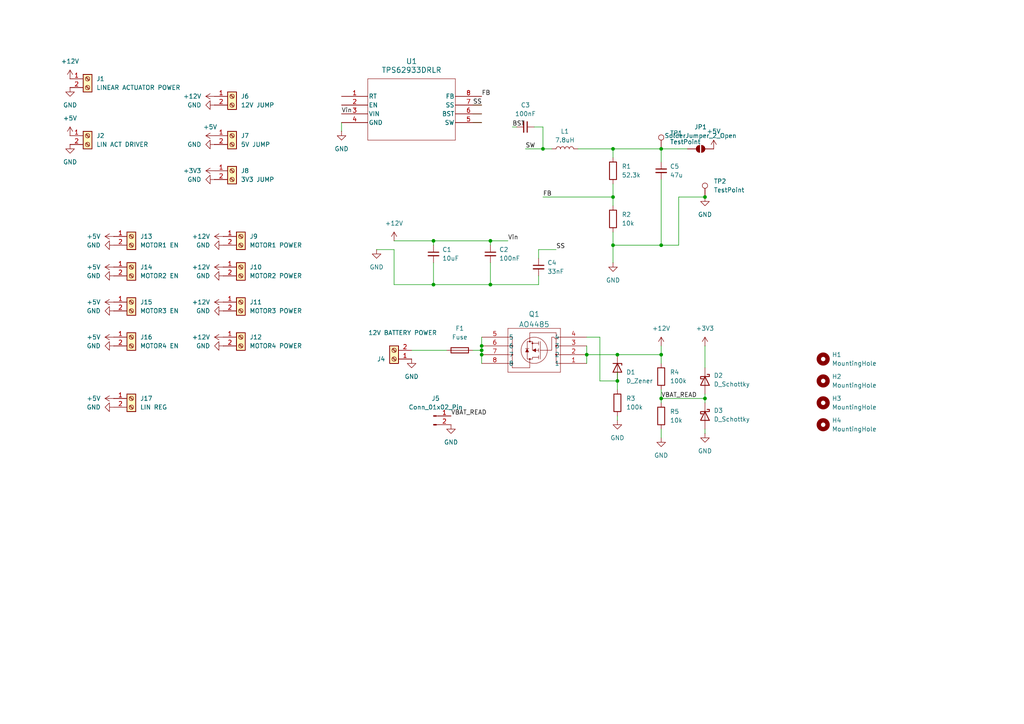
<source format=kicad_sch>
(kicad_sch (version 20231120) (generator "eeschema") (generator_version "8.0")
  (paper "A4")
  (lib_symbols
    (symbol "Connector:Conn_01x02_Pin" (pin_names (offset 1.016) hide)
      (property "Reference" "J" (at 0 2.54 0))
      (property "Value" "Conn_01x02_Pin" (at 0 -5.08 0))
      (symbol "Conn_01x02_Pin_1_1"
        (polyline (pts (xy 1.27 -2.54) (xy 0.8636 -2.54)) (stroke (width 0.1524)))
        (polyline (pts (xy 1.27 0) (xy 0.8636 0)) (stroke (width 0.1524)))
        (rectangle (start 0.8636 -2.413) (end 0 -2.667) (stroke (width 0.1524)) (fill (type outline)))
        (rectangle (start 0.8636 0.127) (end 0 -0.127) (stroke (width 0.1524)) (fill (type outline)))
        (pin passive line (at 5.08 0 180) (length 3.81) (name "Pin_1") (number "1"))
        (pin passive line (at 5.08 -2.54 180) (length 3.81) (name "Pin_2") (number "2"))
      )
    )
    (symbol "Connector:Screw_Terminal_01x02" (pin_names (offset 1.016) hide)
      (property "Reference" "J" (at 0 2.54 0))
      (property "Value" "Screw_Terminal_01x02" (at 0 -5.08 0))
      (symbol "Screw_Terminal_01x02_1_1"
        (rectangle (start -1.27 1.27) (end 1.27 -3.81) (stroke (width 0.254)) (fill (type background)))
        (circle (center 0 -2.54) (radius 0.635) (stroke (width 0.1524)))
        (polyline (pts (xy -0.5334 -2.2098) (xy 0.3302 -3.048)) (stroke (width 0.1524)))
        (polyline (pts (xy -0.5334 0.3302) (xy 0.3302 -0.508)) (stroke (width 0.1524)))
        (polyline (pts (xy -0.3556 -2.032) (xy 0.508 -2.8702)) (stroke (width 0.1524)))
        (polyline (pts (xy -0.3556 0.508) (xy 0.508 -0.3302)) (stroke (width 0.1524)))
        (circle (center 0 0) (radius 0.635) (stroke (width 0.1524)))
        (pin passive line (at -5.08 0 0) (length 3.81) (name "Pin_1") (number "1"))
        (pin passive line (at -5.08 -2.54 0) (length 3.81) (name "Pin_2") (number "2"))
      )
    )
    (symbol "Connector:TestPoint" (pin_numbers hide) (pin_names (offset 0.762) hide)
      (property "Reference" "TP" (at 0 6.858 0))
      (property "Value" "TestPoint" (at 0 5.08 0))
      (symbol "TestPoint_0_1"
        (circle (center 0 3.302) (radius 0.762))
      )
      (symbol "TestPoint_1_1"
        (pin passive line (at 0 0 90) (length 2.54) (name "1") (number "1"))
      )
    )
    (symbol "Device:C_Small" (pin_numbers hide) (pin_names (offset 0.254) hide)
      (property "Reference" "C" (at 0.254 1.778 0))
      (property "Value" "C_Small" (at 0.254 -2.032 0))
      (symbol "C_Small_0_1"
        (polyline (pts (xy -1.524 -0.508) (xy 1.524 -0.508)) (stroke (width 0.3302)))
        (polyline (pts (xy -1.524 0.508) (xy 1.524 0.508)) (stroke (width 0.3048)))
      )
      (symbol "C_Small_1_1"
        (pin passive line (at 0 2.54 270) (length 2.032) (name "~") (number "1"))
        (pin passive line (at 0 -2.54 90) (length 2.032) (name "~") (number "2"))
      )
    )
    (symbol "Device:D_Schottky" (pin_numbers hide) (pin_names (offset 1.016) hide)
      (property "Reference" "D" (at 0 2.54 0))
      (property "Value" "D_Schottky" (at 0 -2.54 0))
      (symbol "D_Schottky_0_1"
        (polyline (pts (xy 1.27 0) (xy -1.27 0)))
        (polyline (pts (xy 1.27 1.27) (xy 1.27 -1.27) (xy -1.27 0) (xy 1.27 1.27)) (stroke (width 0.254)))
        (polyline (pts (xy -1.905 0.635) (xy -1.905 1.27) (xy -1.27 1.27) (xy -1.27 -1.27) (xy -0.635 -1.27) (xy -0.635 -0.635)) (stroke (width 0.254)))
      )
      (symbol "D_Schottky_1_1"
        (pin passive line (at -3.81 0 0) (length 2.54) (name "K") (number "1"))
        (pin passive line (at 3.81 0 180) (length 2.54) (name "A") (number "2"))
      )
    )
    (symbol "Device:D_Zener" (pin_numbers hide) (pin_names (offset 1.016) hide)
      (property "Reference" "D" (at 0 2.54 0))
      (property "Value" "D_Zener" (at 0 -2.54 0))
      (symbol "D_Zener_0_1"
        (polyline (pts (xy 1.27 0) (xy -1.27 0)))
        (polyline (pts (xy -1.27 -1.27) (xy -1.27 1.27) (xy -0.762 1.27)) (stroke (width 0.254)))
        (polyline (pts (xy 1.27 -1.27) (xy 1.27 1.27) (xy -1.27 0) (xy 1.27 -1.27)) (stroke (width 0.254)))
      )
      (symbol "D_Zener_1_1"
        (pin passive line (at -3.81 0 0) (length 2.54) (name "K") (number "1"))
        (pin passive line (at 3.81 0 180) (length 2.54) (name "A") (number "2"))
      )
    )
    (symbol "Device:Fuse" (pin_numbers hide) (pin_names (offset 0))
      (property "Reference" "F" (at 2.032 0 90))
      (property "Value" "Fuse" (at -1.905 0 90))
      (symbol "Fuse_0_1"
        (rectangle (start -0.762 -2.54) (end 0.762 2.54) (stroke (width 0.254)))
        (polyline (pts (xy 0 2.54) (xy 0 -2.54)))
      )
      (symbol "Fuse_1_1"
        (pin passive line (at 0 3.81 270) (length 1.27) (name "~") (number "1"))
        (pin passive line (at 0 -3.81 90) (length 1.27) (name "~") (number "2"))
      )
    )
    (symbol "Device:L" (pin_numbers hide) (pin_names (offset 1.016) hide)
      (property "Reference" "L" (at -1.27 0 90))
      (property "Value" "L" (at 1.905 0 90))
      (symbol "L_0_1"
        (arc (start 0 -2.54) (mid 0.6323 -1.905) (end 0 -1.27))
        (arc (start 0 -1.27) (mid 0.6323 -0.635) (end 0 0))
        (arc (start 0 0) (mid 0.6323 0.635) (end 0 1.27))
        (arc (start 0 1.27) (mid 0.6323 1.905) (end 0 2.54))
      )
      (symbol "L_1_1"
        (pin passive line (at 0 3.81 270) (length 1.27) (name "1") (number "1"))
        (pin passive line (at 0 -3.81 90) (length 1.27) (name "2") (number "2"))
      )
    )
    (symbol "Device:R" (pin_numbers hide) (pin_names (offset 0))
      (property "Reference" "R" (at 2.032 0 90))
      (property "Value" "R" (at 0 0 90))
      (symbol "R_0_1"
        (rectangle (start -1.016 -2.54) (end 1.016 2.54) (stroke (width 0.254)))
      )
      (symbol "R_1_1"
        (pin passive line (at 0 3.81 270) (length 1.27) (name "~") (number "1"))
        (pin passive line (at 0 -3.81 90) (length 1.27) (name "~") (number "2"))
      )
    )
    (symbol "Jumper:SolderJumper_2_Open" (pin_numbers hide) (pin_names (offset 0) hide) (exclude_from_sim yes) (in_bom no)
      (property "Reference" "JP" (at 0 2.032 0))
      (property "Value" "SolderJumper_2_Open" (at 0 -2.54 0))
      (symbol "SolderJumper_2_Open_0_1"
        (arc (start -0.254 1.016) (mid -1.2656 0) (end -0.254 -1.016))
        (arc (start -0.254 1.016) (mid -1.2656 0) (end -0.254 -1.016) (fill (type outline)))
        (polyline (pts (xy -0.254 1.016) (xy -0.254 -1.016)))
        (polyline (pts (xy 0.254 1.016) (xy 0.254 -1.016)))
        (arc (start 0.254 -1.016) (mid 1.2656 0) (end 0.254 1.016))
        (arc (start 0.254 -1.016) (mid 1.2656 0) (end 0.254 1.016) (fill (type outline)))
      )
      (symbol "SolderJumper_2_Open_1_1"
        (pin passive line (at -3.81 0 0) (length 2.54) (name "A") (number "1"))
        (pin passive line (at 3.81 0 180) (length 2.54) (name "B") (number "2"))
      )
    )
    (symbol "Mechanical:MountingHole" (pin_names (offset 1.016)) (exclude_from_sim yes) (in_bom no)
      (property "Reference" "H" (at 0 5.08 0))
      (property "Value" "MountingHole" (at 0 3.175 0))
      (symbol "MountingHole_0_1"
        (circle (center 0 0) (radius 1.27) (stroke (width 1.27)))
      )
    )
    (symbol "TPS62933DRLR:TPS62933DRLR" (pin_names (offset 0.254))
      (property "Reference" "U" (at 20.32 10.16 0))
      (property "Value" "TPS62933DRLR" (at 20.32 7.62 0))
      (symbol "TPS62933DRLR_0_1"
        (polyline (pts (xy 7.62 -12.7) (xy 33.02 -12.7)) (stroke (width 0.127)))
        (polyline (pts (xy 7.62 5.08) (xy 7.62 -12.7)) (stroke (width 0.127)))
        (polyline (pts (xy 33.02 -12.7) (xy 33.02 5.08)) (stroke (width 0.127)))
        (polyline (pts (xy 33.02 5.08) (xy 7.62 5.08)) (stroke (width 0.127)))
        (pin unspecified line (at 0 0 0) (length 7.62) (name "RT") (number "1"))
        (pin unspecified line (at 0 -2.54 0) (length 7.62) (name "EN") (number "2"))
        (pin power_in line (at 0 -5.08 0) (length 7.62) (name "VIN") (number "3"))
        (pin power_out line (at 0 -7.62 0) (length 7.62) (name "GND") (number "4"))
        (pin power_in line (at 40.64 -7.62 180) (length 7.62) (name "SW") (number "5"))
        (pin power_in line (at 40.64 -5.08 180) (length 7.62) (name "BST") (number "6"))
        (pin unspecified line (at 40.64 -2.54 180) (length 7.62) (name "SS") (number "7"))
        (pin unspecified line (at 40.64 0 180) (length 7.62) (name "FB") (number "8"))
      )
    )
    (symbol "local_symbols:AO4485" (pin_names (offset 0.254))
      (property "Reference" "Q" (at 15.24 7.62 0))
      (property "Value" "AO4485" (at 15.24 5.08 0))
      (symbol "AO4485_0_1"
        (polyline (pts (xy 7.62 -10.16) (xy 22.86 -10.16)) (stroke (width 0.127)))
        (polyline (pts (xy 7.62 -7.62) (xy 8.382 -7.62)) (stroke (width 0.127)))
        (polyline (pts (xy 7.62 -5.08) (xy 8.89 -5.08)) (stroke (width 0.127)))
        (polyline (pts (xy 7.62 -2.54) (xy 8.89 -2.54)) (stroke (width 0.127)))
        (polyline (pts (xy 7.62 0) (xy 8.89 0)) (stroke (width 0.127)))
        (polyline (pts (xy 7.62 2.54) (xy 7.62 -10.16)) (stroke (width 0.127)))
        (polyline (pts (xy 8.89 -8.89) (xy 16.51 -8.89)) (stroke (width 0.127)))
        (polyline (pts (xy 8.89 0) (xy 8.89 -8.89)) (stroke (width 0.127)))
        (polyline (pts (xy 10.16 -7.62) (xy 9.398 -7.62)) (stroke (width 0.127)))
        (polyline (pts (xy 10.16 -3.81) (xy 10.16 -7.62)) (stroke (width 0.127)))
        (polyline (pts (xy 10.16 -3.81) (xy 13.462 -3.81)) (stroke (width 0.127)))
        (polyline (pts (xy 13.462 -6.35) (xy 13.462 -1.27)) (stroke (width 0.127)))
        (polyline (pts (xy 13.97 -6.35) (xy 13.97 -5.334)) (stroke (width 0.127)))
        (polyline (pts (xy 13.97 -5.842) (xy 15.748 -5.842)) (stroke (width 0.127)))
        (polyline (pts (xy 13.97 -4.318) (xy 13.97 -3.302)) (stroke (width 0.127)))
        (polyline (pts (xy 13.97 -2.286) (xy 13.97 -1.27)) (stroke (width 0.127)))
        (polyline (pts (xy 13.97 -1.778) (xy 15.748 -1.778)) (stroke (width 0.127)))
        (polyline (pts (xy 14.732 -3.81) (xy 13.97 -3.81)) (stroke (width 0.127)))
        (polyline (pts (xy 15.748 -6.35) (xy 15.748 -3.81)) (stroke (width 0.127)))
        (polyline (pts (xy 15.748 -6.35) (xy 17.272 -6.35)) (stroke (width 0.127)))
        (polyline (pts (xy 15.748 -1.778) (xy 15.748 -1.27)) (stroke (width 0.127)))
        (polyline (pts (xy 15.748 -1.27) (xy 17.272 -1.27)) (stroke (width 0.127)))
        (polyline (pts (xy 16.51 -8.89) (xy 16.51 -6.35)) (stroke (width 0.127)))
        (polyline (pts (xy 16.51 1.27) (xy 16.51 -1.27)) (stroke (width 0.127)))
        (polyline (pts (xy 16.764 -4.318) (xy 17.78 -4.318)) (stroke (width 0.127)))
        (polyline (pts (xy 17.272 -6.35) (xy 17.272 -4.318)) (stroke (width 0.127)))
        (polyline (pts (xy 17.272 -3.302) (xy 17.272 -1.27)) (stroke (width 0.127)))
        (polyline (pts (xy 21.59 -7.62) (xy 21.59 1.27)) (stroke (width 0.127)))
        (polyline (pts (xy 21.59 1.27) (xy 16.51 1.27)) (stroke (width 0.127)))
        (polyline (pts (xy 22.86 -10.16) (xy 22.86 2.54)) (stroke (width 0.127)))
        (polyline (pts (xy 22.86 -7.62) (xy 21.59 -7.62)) (stroke (width 0.127)))
        (polyline (pts (xy 22.86 -5.08) (xy 21.59 -5.08)) (stroke (width 0.127)))
        (polyline (pts (xy 22.86 -2.54) (xy 21.59 -2.54)) (stroke (width 0.127)))
        (polyline (pts (xy 22.86 0) (xy 21.59 0)) (stroke (width 0.127)))
        (polyline (pts (xy 22.86 2.54) (xy 7.62 2.54)) (stroke (width 0.127)))
        (polyline (pts (xy 14.732 -4.318) (xy 15.748 -3.81) (xy 14.732 -3.302)) (stroke (width 0.0254)) (fill (type outline)))
        (polyline (pts (xy 16.764 -3.302) (xy 17.78 -3.302) (xy 17.272 -4.318)) (stroke (width 0.0254)) (fill (type outline)))
        (circle (center 8.89 -5.08) (radius 0.127) (stroke (width 0.254)))
        (circle (center 8.89 -2.54) (radius 0.127) (stroke (width 0.254)))
        (arc (start 9.398 -7.62) (mid 8.89 -7.1142) (end 8.382 -7.62) (stroke (width 0.127)))
        (circle (center 15.24 -3.81) (radius 3.81) (stroke (width 0.127)))
        (circle (center 15.748 -5.842) (radius 0.127) (stroke (width 0.254)))
        (circle (center 16.51 -6.35) (radius 0.127) (stroke (width 0.254)))
        (circle (center 16.51 -1.27) (radius 0.127) (stroke (width 0.254)))
        (circle (center 21.59 -5.08) (radius 0.127) (stroke (width 0.254)))
        (circle (center 21.59 -2.54) (radius 0.127) (stroke (width 0.254)))
        (circle (center 21.59 0) (radius 0.127) (stroke (width 0.254)))
        (pin unspecified line (at 0 0 0) (length 7.62) (name "1") (number "1"))
        (pin unspecified line (at 0 -2.54 0) (length 7.62) (name "2") (number "2"))
        (pin unspecified line (at 0 -5.08 0) (length 7.62) (name "3") (number "3"))
        (pin unspecified line (at 0 -7.62 0) (length 7.62) (name "4") (number "4"))
        (pin unspecified line (at 30.48 -7.62 180) (length 7.62) (name "5") (number "5"))
        (pin unspecified line (at 30.48 -5.08 180) (length 7.62) (name "6") (number "6"))
        (pin unspecified line (at 30.48 -2.54 180) (length 7.62) (name "7") (number "7"))
        (pin unspecified line (at 30.48 0 180) (length 7.62) (name "8") (number "8"))
      )
    )
    (symbol "power:+12V" (power) (pin_numbers hide) (pin_names (offset 0) hide)
      (property "Value" "+12V" (at 0 3.556 0))
      (symbol "+12V_0_1"
        (polyline (pts (xy -0.762 1.27) (xy 0 2.54)))
        (polyline (pts (xy 0 0) (xy 0 2.54)))
        (polyline (pts (xy 0 2.54) (xy 0.762 1.27)))
      )
      (symbol "+12V_1_1"
        (pin power_in line (at 0 0 90) (length 0) (name "~") (number "1"))
      )
    )
    (symbol "power:+3V3" (power) (pin_numbers hide) (pin_names (offset 0) hide)
      (property "Value" "+3V3" (at 0 3.556 0))
      (symbol "+3V3_0_1"
        (polyline (pts (xy -0.762 1.27) (xy 0 2.54)))
        (polyline (pts (xy 0 0) (xy 0 2.54)))
        (polyline (pts (xy 0 2.54) (xy 0.762 1.27)))
      )
      (symbol "+3V3_1_1"
        (pin power_in line (at 0 0 90) (length 0) (name "~") (number "1"))
      )
    )
    (symbol "power:+5V" (power) (pin_numbers hide) (pin_names (offset 0) hide)
      (property "Value" "+5V" (at 0 3.556 0))
      (symbol "+5V_0_1"
        (polyline (pts (xy -0.762 1.27) (xy 0 2.54)))
        (polyline (pts (xy 0 0) (xy 0 2.54)))
        (polyline (pts (xy 0 2.54) (xy 0.762 1.27)))
      )
      (symbol "+5V_1_1"
        (pin power_in line (at 0 0 90) (length 0) (name "~") (number "1"))
      )
    )
    (symbol "power:GND" (power) (pin_numbers hide) (pin_names (offset 0) hide)
      (property "Value" "GND" (at 0 -3.81 0))
      (symbol "GND_0_1"
        (polyline (pts (xy 0 0) (xy 0 -1.27) (xy 1.27 -1.27) (xy 0 -2.54) (xy -1.27 -1.27) (xy 0 -1.27)))
      )
      (symbol "GND_1_1"
        (pin power_in line (at 0 0 270) (length 0) (name "~") (number "1"))
      )
    )
    (symbol "power:VCC" (power) (pin_numbers hide) (pin_names (offset 0) hide)
      (property "Value" "VCC" (at 0 3.556 0))
      (symbol "VCC_0_1"
        (polyline (pts (xy -0.762 1.27) (xy 0 2.54)))
        (polyline (pts (xy 0 0) (xy 0 2.54)))
        (polyline (pts (xy 0 2.54) (xy 0.762 1.27)))
      )
      (symbol "VCC_1_1"
        (pin power_in line (at 0 0 90) (length 0) (name "~") (number "1"))
      )
    )
  )
  (junction (at 125.73 82.55))
  (junction (at 177.8 57.15))
  (junction (at 191.77 102.87))
  (junction (at 142.24 82.55))
  (junction (at 191.77 71.12))
  (junction (at 191.77 43.18))
  (junction (at 177.8 71.12))
  (junction (at 139.7 102.87))
  (junction (at 157.48 43.18))
  (junction (at 125.73 69.85))
  (junction (at 139.7 100.33))
  (junction (at 170.18 102.87))
  (junction (at 204.47 57.15))
  (junction (at 179.07 102.87))
  (junction (at 142.24 69.85))
  (junction (at 179.07 110.49))
  (junction (at 139.7 101.6))
  (junction (at 204.47 115.57))
  (junction (at 191.77 115.57))
  (junction (at 177.8 43.18))
  (wire (pts (xy 157.48 57.15) (xy 177.8 57.15)))
  (wire (pts (xy 154.94 36.83) (xy 157.48 36.83)))
  (wire (pts (xy 170.18 100.33) (xy 170.18 102.87)))
  (wire (pts (xy 157.48 36.83) (xy 157.48 43.18)))
  (wire (pts (xy 142.24 82.55) (xy 156.21 82.55)))
  (wire (pts (xy 156.21 72.39) (xy 161.29 72.39)))
  (wire (pts (xy 137.16 33.02) (xy 139.7 33.02)))
  (wire (pts (xy 179.07 107.95) (xy 179.07 110.49)))
  (wire (pts (xy 152.4 43.18) (xy 157.48 43.18)))
  (wire (pts (xy 139.7 97.79) (xy 139.7 100.33)))
  (wire (pts (xy 179.07 110.49) (xy 179.07 113.03)))
  (wire (pts (xy 99.06 35.56) (xy 99.06 38.1)))
  (wire (pts (xy 156.21 82.55) (xy 156.21 80.01)))
  (wire (pts (xy 177.8 57.15) (xy 177.8 59.69)))
  (wire (pts (xy 137.16 101.6) (xy 139.7 101.6)))
  (wire (pts (xy 142.24 69.85) (xy 142.24 71.12)))
  (wire (pts (xy 204.47 124.46) (xy 204.47 125.73)))
  (wire (pts (xy 179.07 120.65) (xy 179.07 121.92)))
  (wire (pts (xy 191.77 43.18) (xy 199.39 43.18)))
  (wire (pts (xy 148.59 36.83) (xy 149.86 36.83)))
  (wire (pts (xy 125.73 69.85) (xy 142.24 69.85)))
  (wire (pts (xy 114.3 82.55) (xy 125.73 82.55)))
  (wire (pts (xy 191.77 113.03) (xy 191.77 115.57)))
  (wire (pts (xy 139.7 100.33) (xy 139.7 101.6)))
  (wire (pts (xy 204.47 116.84) (xy 204.47 115.57)))
  (wire (pts (xy 156.21 74.93) (xy 156.21 72.39)))
  (wire (pts (xy 139.7 102.87) (xy 139.7 105.41)))
  (wire (pts (xy 170.18 102.87) (xy 170.18 105.41)))
  (wire (pts (xy 109.22 72.39) (xy 114.3 72.39)))
  (wire (pts (xy 137.16 35.56) (xy 139.7 35.56)))
  (wire (pts (xy 173.99 110.49) (xy 179.07 110.49)))
  (wire (pts (xy 191.77 71.12) (xy 196.85 71.12)))
  (wire (pts (xy 170.18 102.87) (xy 179.07 102.87)))
  (wire (pts (xy 196.85 57.15) (xy 204.47 57.15)))
  (wire (pts (xy 204.47 100.33) (xy 204.47 106.68)))
  (wire (pts (xy 177.8 71.12) (xy 177.8 76.2)))
  (wire (pts (xy 191.77 124.46) (xy 191.77 127)))
  (wire (pts (xy 191.77 52.07) (xy 191.77 71.12)))
  (wire (pts (xy 177.8 53.34) (xy 177.8 57.15)))
  (wire (pts (xy 191.77 43.18) (xy 191.77 46.99)))
  (wire (pts (xy 139.7 101.6) (xy 139.7 102.87)))
  (wire (pts (xy 179.07 102.87) (xy 191.77 102.87)))
  (wire (pts (xy 167.64 43.18) (xy 177.8 43.18)))
  (wire (pts (xy 191.77 115.57) (xy 204.47 115.57)))
  (wire (pts (xy 170.18 97.79) (xy 173.99 97.79)))
  (wire (pts (xy 114.3 69.85) (xy 125.73 69.85)))
  (wire (pts (xy 125.73 82.55) (xy 142.24 82.55)))
  (wire (pts (xy 204.47 114.3) (xy 204.47 115.57)))
  (wire (pts (xy 142.24 69.85) (xy 147.32 69.85)))
  (wire (pts (xy 125.73 76.2) (xy 125.73 82.55)))
  (wire (pts (xy 177.8 43.18) (xy 191.77 43.18)))
  (wire (pts (xy 157.48 43.18) (xy 160.02 43.18)))
  (wire (pts (xy 196.85 71.12) (xy 196.85 57.15)))
  (wire (pts (xy 125.73 69.85) (xy 125.73 71.12)))
  (wire (pts (xy 142.24 76.2) (xy 142.24 82.55)))
  (wire (pts (xy 191.77 102.87) (xy 191.77 105.41)))
  (wire (pts (xy 191.77 115.57) (xy 191.77 116.84)))
  (wire (pts (xy 177.8 67.31) (xy 177.8 71.12)))
  (wire (pts (xy 119.38 101.6) (xy 129.54 101.6)))
  (wire (pts (xy 137.16 30.48) (xy 139.7 30.48)))
  (wire (pts (xy 191.77 102.87) (xy 191.77 100.33)))
  (wire (pts (xy 173.99 97.79) (xy 173.99 110.49)))
  (wire (pts (xy 191.77 71.12) (xy 177.8 71.12)))
  (wire (pts (xy 177.8 43.18) (xy 177.8 45.72)))
  (wire (pts (xy 114.3 72.39) (xy 114.3 82.55)))
  (label "SS" (at 161.29 72.39 0))
  (label "SS" (at 137.16 30.48 0))
  (label "VBAT_READ" (at 130.81 120.65 0))
  (label "VBAT_READ" (at 191.77 115.57 0))
  (label "FB" (at 139.7 27.94 0))
  (label "Vin" (at 99.06 33.02 0))
  (label "Vin" (at 147.32 69.85 0))
  (label "FB" (at 157.48 57.15 0))
  (label "SW" (at 152.4 43.18 0))
  (label "BST" (at 148.59 36.83 0))
  (symbol (lib_id "power:+12V") (at 114.3 69.85 0) (unit 1)
    (property "Reference" "#PWR03" (effects (hide yes)))
    (property "Value" "+12V" (at 114.3 64.77 0))
    (property "Description" "Power symbol creates a global label with name \"+12V\"" (effects (hide yes)))
  )
  (symbol (lib_id "power:+12V") (at 191.77 100.33 0) (unit 1)
    (property "Reference" "#PWR021" (effects (hide yes)))
    (property "Value" "+12V" (at 191.77 95.25 0))
    (property "Description" "Power symbol creates a global label with name \"+12V\"" (effects (hide yes)))
  )
  (symbol (lib_id "power:GND") (at 119.38 104.14 0) (unit 1)
    (property "Reference" "#PWR018" (effects (hide yes)))
    (property "Value" "GND" (at 119.38 109.22 0))
    (property "Description" "Power symbol creates a global label with name \"GND\" , ground" (effects (hide yes)))
  )
  (symbol (lib_id "power:GND") (at 177.8 76.2 0) (unit 1)
    (property "Reference" "#PWR04" (effects (hide yes)))
    (property "Value" "GND" (at 177.8 81.28 0))
    (property "Description" "Power symbol creates a global label with name \"GND\" , ground" (effects (hide yes)))
  )
  (symbol (lib_id "power:VCC") (at 62.23 49.53 90) (unit 1)
    (property "Reference" "#PWR030" (effects (hide yes)))
    (property "Value" "+3V3" (at 58.42 49.5299 90) (effects (justify left)))
    (property "Description" "Power symbol creates a global label with name \"VCC\"" (effects (hide yes)))
  )
  (symbol (lib_id "power:+5V") (at 207.01 43.18 0) (unit 1)
    (property "Reference" "#PWR012" (effects (hide yes)))
    (property "Value" "+5V" (at 207.01 38.1 0))
    (property "Description" "Power symbol creates a global label with name \"+5V\"" (effects (hide yes)))
  )
  (symbol (lib_id "power:VCC") (at 62.23 27.94 90) (unit 1)
    (property "Reference" "#PWR025" (effects (hide yes)))
    (property "Value" "+12V" (at 58.42 27.9399 90) (effects (justify left)))
    (property "Description" "Power symbol creates a global label with name \"VCC\"" (effects (hide yes)))
  )
  (symbol (lib_id "Connector:Screw_Terminal_01x02") (at 114.3 104.14 180) (unit 1)
    (property "Reference" "J4" (at 111.76 104.1401 0) (effects (justify left)))
    (property "Value" "12V BATTERY POWER" (at 126.746 96.52 0) (effects (justify left)))
    (property "Footprint" "TerminalBlock_Phoenix:TerminalBlock_Phoenix_MKDS-1,5-2-5.08_1x02_P5.08mm_Horizontal" (effects (hide yes)))
    (property "Description" "Generic screw terminal, single row, 01x02, script generated (kicad-library-utils/schlib/autogen/connector/)" (effects (hide yes)))
  )
  (symbol (lib_id "Device:Fuse") (at 133.35 101.6 90) (unit 1)
    (property "Reference" "F1" (at 133.35 95.25 90))
    (property "Value" "Fuse" (at 133.35 97.79 90))
    (property "Footprint" "Fuse:Fuseholder_Littelfuse_Nano2_154x" (effects (hide yes)))
    (property "Description" "Fuse" (effects (hide yes)))
  )
  (symbol (lib_id "Connector:Screw_Terminal_01x02") (at 69.85 87.63 0) (unit 1)
    (property "Reference" "J11" (at 72.39 87.6299 0) (effects (justify left)))
    (property "Value" "MOTOR3 POWER" (at 72.39 90.1699 0) (effects (justify left)))
    (property "Footprint" "TerminalBlock_Phoenix:TerminalBlock_Phoenix_MKDS-1,5-2-5.08_1x02_P5.08mm_Horizontal" (effects (hide yes)))
    (property "Description" "Generic screw terminal, single row, 01x02, script generated (kicad-library-utils/schlib/autogen/connector/)" (effects (hide yes)))
  )
  (symbol (lib_id "power:GND") (at 62.23 52.07 270) (unit 1)
    (property "Reference" "#PWR027" (effects (hide yes)))
    (property "Value" "GND" (at 58.42 52.0699 90) (effects (justify right)))
    (property "Description" "Power symbol creates a global label with name \"GND\" , ground" (effects (hide yes)))
  )
  (symbol (lib_id "power:GND") (at 204.47 125.73 0) (unit 1)
    (property "Reference" "#PWR024" (effects (hide yes)))
    (property "Value" "GND" (at 204.47 130.81 0))
    (property "Description" "Power symbol creates a global label with name \"GND\" , ground" (effects (hide yes)))
  )
  (symbol (lib_id "power:GND") (at 130.81 123.19 0) (unit 1)
    (property "Reference" "#PWR019" (effects (hide yes)))
    (property "Value" "GND" (at 130.81 128.27 0))
    (property "Description" "Power symbol creates a global label with name \"GND\" , ground" (effects (hide yes)))
  )
  (symbol (lib_id "Mechanical:MountingHole") (at 238.76 110.49 0) (unit 1) (exclude_from_sim yes) (in_bom no)
    (property "Reference" "H2" (at 241.3 109.2199 0) (effects (justify left)))
    (property "Value" "MountingHole" (at 241.3 111.7599 0) (effects (justify left)))
    (property "Footprint" "MountingHole:MountingHole_3.2mm_M3" (effects (hide yes)))
    (property "Description" "Mounting Hole without connection" (effects (hide yes)))
  )
  (symbol (lib_id "power:GND") (at 99.06 38.1 0) (unit 1)
    (property "Reference" "#PWR01" (effects (hide yes)))
    (property "Value" "GND" (at 99.06 43.18 0))
    (property "Description" "Power symbol creates a global label with name \"GND\" , ground" (effects (hide yes)))
  )
  (symbol (lib_id "Device:R") (at 191.77 120.65 0) (unit 1)
    (property "Reference" "R5" (at 194.31 119.3799 0) (effects (justify left)))
    (property "Value" "10k" (at 194.31 121.9199 0) (effects (justify left)))
    (property "Footprint" "Resistor_SMD:R_0805_2012Metric_Pad1.20x1.40mm_HandSolder" (effects (hide yes)))
    (property "Description" "Resistor" (effects (hide yes)))
  )
  (symbol (lib_id "power:VCC") (at 33.02 87.63 90) (unit 1)
    (property "Reference" "#PWR043" (effects (hide yes)))
    (property "Value" "+5V" (at 29.21 87.6299 90) (effects (justify left)))
    (property "Description" "Power symbol creates a global label with name \"VCC\"" (effects (hide yes)))
  )
  (symbol (lib_id "power:GND") (at 62.23 41.91 270) (unit 1)
    (property "Reference" "#PWR026" (effects (hide yes)))
    (property "Value" "GND" (at 58.42 41.9099 90) (effects (justify right)))
    (property "Description" "Power symbol creates a global label with name \"GND\" , ground" (effects (hide yes)))
  )
  (symbol (lib_id "Connector:Screw_Terminal_01x02") (at 38.1 87.63 0) (unit 1)
    (property "Reference" "J15" (at 40.64 87.6299 0) (effects (justify left)))
    (property "Value" "MOTOR3 EN" (at 40.64 90.1699 0) (effects (justify left)))
    (property "Footprint" "TerminalBlock_Phoenix:TerminalBlock_Phoenix_MKDS-1,5-2-5.08_1x02_P5.08mm_Horizontal" (effects (hide yes)))
    (property "Description" "Generic screw terminal, single row, 01x02, script generated (kicad-library-utils/schlib/autogen/connector/)" (effects (hide yes)))
  )
  (symbol (lib_id "Connector:Screw_Terminal_01x02") (at 25.4 22.86 0) (unit 1)
    (property "Reference" "J1" (at 27.94 22.8599 0) (effects (justify left)))
    (property "Value" "LINEAR ACTUATOR POWER" (at 27.94 25.3999 0) (effects (justify left)))
    (property "Footprint" "TerminalBlock_Phoenix:TerminalBlock_Phoenix_MKDS-1,5-2-5.08_1x02_P5.08mm_Horizontal" (effects (hide yes)))
    (property "Description" "Generic screw terminal, single row, 01x02, script generated (kicad-library-utils/schlib/autogen/connector/)" (effects (hide yes)))
  )
  (symbol (lib_id "power:VCC") (at 33.02 115.57 90) (unit 1)
    (property "Reference" "#PWR013" (effects (hide yes)))
    (property "Value" "+5V" (at 29.21 115.5699 90) (effects (justify left)))
    (property "Description" "Power symbol creates a global label with name \"VCC\"" (effects (hide yes)))
  )
  (symbol (lib_id "Connector:Screw_Terminal_01x02") (at 38.1 77.47 0) (unit 1)
    (property "Reference" "J14" (at 40.64 77.4699 0) (effects (justify left)))
    (property "Value" "MOTOR2 EN" (at 40.64 80.0099 0) (effects (justify left)))
    (property "Footprint" "TerminalBlock_Phoenix:TerminalBlock_Phoenix_MKDS-1,5-2-5.08_1x02_P5.08mm_Horizontal" (effects (hide yes)))
    (property "Description" "Generic screw terminal, single row, 01x02, script generated (kicad-library-utils/schlib/autogen/connector/)" (effects (hide yes)))
  )
  (symbol (lib_id "power:VCC") (at 64.77 77.47 90) (unit 1)
    (property "Reference" "#PWR033" (effects (hide yes)))
    (property "Value" "+12V" (at 60.96 77.4699 90) (effects (justify left)))
    (property "Description" "Power symbol creates a global label with name \"VCC\"" (effects (hide yes)))
  )
  (symbol (lib_id "power:GND") (at 33.02 118.11 270) (unit 1)
    (property "Reference" "#PWR014" (effects (hide yes)))
    (property "Value" "GND" (at 29.21 118.1099 90) (effects (justify right)))
    (property "Description" "Power symbol creates a global label with name \"GND\" , ground" (effects (hide yes)))
  )
  (symbol (lib_id "Device:D_Zener") (at 179.07 106.68 270) (unit 1)
    (property "Reference" "D1" (at 181.61 107.9499 90) (effects (justify left)))
    (property "Value" "D_Zener" (at 181.61 110.4899 90) (effects (justify left)))
    (property "Footprint" "Diode_SMD:D_SOD-123" (effects (hide yes)))
    (property "Description" "Zener diode" (effects (hide yes)))
  )
  (symbol (lib_id "power:GND") (at 33.02 80.01 270) (unit 1)
    (property "Reference" "#PWR042" (effects (hide yes)))
    (property "Value" "GND" (at 29.21 80.0099 90) (effects (justify right)))
    (property "Description" "Power symbol creates a global label with name \"GND\" , ground" (effects (hide yes)))
  )
  (symbol (lib_id "Device:D_Schottky") (at 204.47 110.49 270) (unit 1)
    (property "Reference" "D2" (at 207.01 108.9024 90) (effects (justify left)))
    (property "Value" "D_Schottky" (at 207.01 111.4424 90) (effects (justify left)))
    (property "Footprint" "Package_TO_SOT_SMD:TSOT-23_HandSoldering" (effects (hide yes)))
    (property "Description" "Schottky diode" (effects (hide yes)))
  )
  (symbol (lib_id "power:VCC") (at 33.02 97.79 90) (unit 1)
    (property "Reference" "#PWR045" (effects (hide yes)))
    (property "Value" "+5V" (at 29.21 97.7899 90) (effects (justify left)))
    (property "Description" "Power symbol creates a global label with name \"VCC\"" (effects (hide yes)))
  )
  (symbol (lib_id "power:GND") (at 33.02 90.17 270) (unit 1)
    (property "Reference" "#PWR044" (effects (hide yes)))
    (property "Value" "GND" (at 29.21 90.1699 90) (effects (justify right)))
    (property "Description" "Power symbol creates a global label with name \"GND\" , ground" (effects (hide yes)))
  )
  (symbol (lib_id "Device:R") (at 179.07 116.84 0) (unit 1)
    (property "Reference" "R3" (at 181.61 115.5699 0) (effects (justify left)))
    (property "Value" "100k" (at 181.61 118.1099 0) (effects (justify left)))
    (property "Footprint" "Resistor_SMD:R_0805_2012Metric_Pad1.20x1.40mm_HandSolder" (effects (hide yes)))
    (property "Description" "Resistor" (effects (hide yes)))
  )
  (symbol (lib_id "Mechanical:MountingHole") (at 238.76 123.19 0) (unit 1) (exclude_from_sim yes) (in_bom no)
    (property "Reference" "H4" (at 241.3 121.9199 0) (effects (justify left)))
    (property "Value" "MountingHole" (at 241.3 124.4599 0) (effects (justify left)))
    (property "Footprint" "MountingHole:MountingHole_3.2mm_M3" (effects (hide yes)))
    (property "Description" "Mounting Hole without connection" (effects (hide yes)))
  )
  (symbol (lib_id "Device:C_Small") (at 142.24 73.66 0) (unit 1)
    (property "Reference" "C2" (at 144.78 72.3962 0) (effects (justify left)))
    (property "Value" "100nF" (at 144.78 74.9362 0) (effects (justify left)))
    (property "Footprint" "Capacitor_SMD:C_0805_2012Metric_Pad1.18x1.45mm_HandSolder" (effects (hide yes)))
    (property "Description" "Unpolarized capacitor, small symbol" (effects (hide yes)))
  )
  (symbol (lib_id "power:GND") (at 64.77 90.17 270) (unit 1)
    (property "Reference" "#PWR036" (effects (hide yes)))
    (property "Value" "GND" (at 60.96 90.1699 90) (effects (justify right)))
    (property "Description" "Power symbol creates a global label with name \"GND\" , ground" (effects (hide yes)))
  )
  (symbol (lib_id "local_symbols:AO4485") (at 170.18 105.41 180) (unit 1)
    (property "Reference" "Q1" (at 154.94 91.1024 0) (effects (font (size 1.524 1.524))))
    (property "Value" "AO4485" (at 154.94 94.0958 0) (effects (font (size 1.524 1.524))))
    (property "Footprint" "AO4485:SO8SOP-8L_AOS" (effects (hide yes)))
    (property "Datasheet" "AO4485" (effects (hide yes)))
  )
  (symbol (lib_id "Connector:Screw_Terminal_01x02") (at 38.1 97.79 0) (unit 1)
    (property "Reference" "J16" (at 40.64 97.7899 0) (effects (justify left)))
    (property "Value" "MOTOR4 EN" (at 40.64 100.3299 0) (effects (justify left)))
    (property "Footprint" "TerminalBlock_Phoenix:TerminalBlock_Phoenix_MKDS-1,5-2-5.08_1x02_P5.08mm_Horizontal" (effects (hide yes)))
    (property "Description" "Generic screw terminal, single row, 01x02, script generated (kicad-library-utils/schlib/autogen/connector/)" (effects (hide yes)))
  )
  (symbol (lib_id "Device:R") (at 177.8 63.5 0) (unit 1)
    (property "Reference" "R2" (at 180.34 62.2299 0) (effects (justify left)))
    (property "Value" "10k" (at 180.34 64.7699 0) (effects (justify left)))
    (property "Footprint" "Resistor_SMD:R_0805_2012Metric_Pad1.20x1.40mm_HandSolder" (effects (hide yes)))
    (property "Description" "Resistor" (effects (hide yes)))
  )
  (symbol (lib_id "power:GND") (at 191.77 127 0) (unit 1)
    (property "Reference" "#PWR022" (effects (hide yes)))
    (property "Value" "GND" (at 191.77 132.08 0))
    (property "Description" "Power symbol creates a global label with name \"GND\" , ground" (effects (hide yes)))
  )
  (symbol (lib_id "Connector:Conn_01x02_Pin") (at 125.73 120.65 0) (unit 1)
    (property "Reference" "J5" (at 126.365 115.57 0))
    (property "Value" "Conn_01x02_Pin" (at 126.365 118.11 0))
    (property "Footprint" "TerminalBlock_Phoenix:TerminalBlock_Phoenix_MKDS-1,5-2-5.08_1x02_P5.08mm_Horizontal" (effects (hide yes)))
    (property "Description" "Generic connector, single row, 01x02, script generated" (effects (hide yes)))
  )
  (symbol (lib_id "power:+12V") (at 20.32 39.37 0) (unit 1)
    (property "Reference" "#PWR08" (effects (hide yes)))
    (property "Value" "+5V" (at 20.32 34.29 0))
    (property "Description" "Power symbol creates a global label with name \"+12V\"" (effects (hide yes)))
  )
  (symbol (lib_id "power:GND") (at 204.47 57.15 0) (unit 1)
    (property "Reference" "#PWR05" (effects (hide yes)))
    (property "Value" "GND" (at 204.47 62.23 0))
    (property "Description" "Power symbol creates a global label with name \"GND\" , ground" (effects (hide yes)))
  )
  (symbol (lib_id "Connector:Screw_Terminal_01x02") (at 25.4 39.37 0) (unit 1)
    (property "Reference" "J2" (at 27.94 39.3699 0) (effects (justify left)))
    (property "Value" "LIN ACT DRIVER" (at 27.94 41.9099 0) (effects (justify left)))
    (property "Footprint" "TerminalBlock_Phoenix:TerminalBlock_Phoenix_MKDS-1,5-2-5.08_1x02_P5.08mm_Horizontal" (effects (hide yes)))
    (property "Description" "Generic screw terminal, single row, 01x02, script generated (kicad-library-utils/schlib/autogen/connector/)" (effects (hide yes)))
  )
  (symbol (lib_id "Connector:Screw_Terminal_01x02") (at 69.85 68.58 0) (unit 1)
    (property "Reference" "J9" (at 72.39 68.5799 0) (effects (justify left)))
    (property "Value" "MOTOR1 POWER" (at 72.39 71.1199 0) (effects (justify left)))
    (property "Footprint" "TerminalBlock_Phoenix:TerminalBlock_Phoenix_MKDS-1,5-2-5.08_1x02_P5.08mm_Horizontal" (effects (hide yes)))
    (property "Description" "Generic screw terminal, single row, 01x02, script generated (kicad-library-utils/schlib/autogen/connector/)" (effects (hide yes)))
  )
  (symbol (lib_id "power:GND") (at 33.02 100.33 270) (unit 1)
    (property "Reference" "#PWR046" (effects (hide yes)))
    (property "Value" "GND" (at 29.21 100.3299 90) (effects (justify right)))
    (property "Description" "Power symbol creates a global label with name \"GND\" , ground" (effects (hide yes)))
  )
  (symbol (lib_id "power:VCC") (at 33.02 77.47 90) (unit 1)
    (property "Reference" "#PWR041" (effects (hide yes)))
    (property "Value" "+5V" (at 29.21 77.4699 90) (effects (justify left)))
    (property "Description" "Power symbol creates a global label with name \"VCC\"" (effects (hide yes)))
  )
  (symbol (lib_id "power:GND") (at 62.23 30.48 270) (unit 1)
    (property "Reference" "#PWR028" (effects (hide yes)))
    (property "Value" "GND" (at 58.42 30.4799 90) (effects (justify right)))
    (property "Description" "Power symbol creates a global label with name \"GND\" , ground" (effects (hide yes)))
  )
  (symbol (lib_id "Device:R") (at 177.8 49.53 0) (unit 1)
    (property "Reference" "R1" (at 180.34 48.2599 0) (effects (justify left)))
    (property "Value" "52.3k" (at 180.34 50.7999 0) (effects (justify left)))
    (property "Footprint" "Resistor_SMD:R_0805_2012Metric_Pad1.20x1.40mm_HandSolder" (effects (hide yes)))
    (property "Description" "Resistor" (effects (hide yes)))
  )
  (symbol (lib_id "Connector:TestPoint") (at 204.47 57.15 0) (unit 1)
    (property "Reference" "TP2" (at 207.01 52.5779 0) (effects (justify left)))
    (property "Value" "TestPoint" (at 207.01 55.1179 0) (effects (justify left)))
    (property "Footprint" "TestPoint:TestPoint_Pad_2.5x2.5mm" (effects (hide yes)))
    (property "Description" "test point" (effects (hide yes)))
  )
  (symbol (lib_id "Device:R") (at 191.77 109.22 0) (unit 1)
    (property "Reference" "R4" (at 194.31 107.9499 0) (effects (justify left)))
    (property "Value" "100k" (at 194.31 110.4899 0) (effects (justify left)))
    (property "Footprint" "Resistor_SMD:R_0805_2012Metric_Pad1.20x1.40mm_HandSolder" (effects (hide yes)))
    (property "Description" "Resistor" (effects (hide yes)))
  )
  (symbol (lib_id "TPS62933DRLR:TPS62933DRLR") (at 99.06 27.94 0) (unit 1)
    (property "Reference" "U1" (at 119.38 17.78 0) (effects (font (size 1.524 1.524))))
    (property "Value" "TPS62933DRLR" (at 119.38 20.32 0) (effects (font (size 1.524 1.524))))
    (property "Footprint" "TPS62933DRLR:SOT5X3-8_DRL_TEX" (effects (hide yes)))
    (property "Datasheet" "TPS62933DRLR" (effects (hide yes)))
  )
  (symbol (lib_id "Device:D_Schottky") (at 204.47 120.65 270) (unit 1)
    (property "Reference" "D3" (at 207.01 119.0624 90) (effects (justify left)))
    (property "Value" "D_Schottky" (at 207.01 121.6024 90) (effects (justify left)))
    (property "Footprint" "Package_TO_SOT_SMD:TSOT-23_HandSoldering" (effects (hide yes)))
    (property "Description" "Schottky diode" (effects (hide yes)))
  )
  (symbol (lib_id "power:GND") (at 179.07 121.92 0) (unit 1)
    (property "Reference" "#PWR020" (effects (hide yes)))
    (property "Value" "GND" (at 179.07 127 0))
    (property "Description" "Power symbol creates a global label with name \"GND\" , ground" (effects (hide yes)))
  )
  (symbol (lib_id "Device:C_Small") (at 152.4 36.83 270) (unit 1)
    (property "Reference" "C3" (at 152.3936 30.48 90))
    (property "Value" "100nF" (at 152.3936 33.02 90))
    (property "Footprint" "Capacitor_SMD:C_0805_2012Metric_Pad1.18x1.45mm_HandSolder" (effects (hide yes)))
    (property "Description" "Unpolarized capacitor, small symbol" (effects (hide yes)))
  )
  (symbol (lib_id "power:GND") (at 64.77 100.33 270) (unit 1)
    (property "Reference" "#PWR038" (effects (hide yes)))
    (property "Value" "GND" (at 60.96 100.3299 90) (effects (justify right)))
    (property "Description" "Power symbol creates a global label with name \"GND\" , ground" (effects (hide yes)))
  )
  (symbol (lib_id "power:GND") (at 64.77 71.12 270) (unit 1)
    (property "Reference" "#PWR032" (effects (hide yes)))
    (property "Value" "GND" (at 60.96 71.1199 90) (effects (justify right)))
    (property "Description" "Power symbol creates a global label with name \"GND\" , ground" (effects (hide yes)))
  )
  (symbol (lib_id "Mechanical:MountingHole") (at 238.76 104.14 0) (unit 1) (exclude_from_sim yes) (in_bom no)
    (property "Reference" "H1" (at 241.3 102.8699 0) (effects (justify left)))
    (property "Value" "MountingHole" (at 241.3 105.4099 0) (effects (justify left)))
    (property "Footprint" "MountingHole:MountingHole_3.2mm_M3" (effects (hide yes)))
    (property "Description" "Mounting Hole without connection" (effects (hide yes)))
  )
  (symbol (lib_id "Connector:Screw_Terminal_01x02") (at 38.1 115.57 0) (unit 1)
    (property "Reference" "J17" (at 40.64 115.5699 0) (effects (justify left)))
    (property "Value" "LIN REG" (at 40.64 118.1099 0) (effects (justify left)))
    (property "Footprint" "TerminalBlock_Phoenix:TerminalBlock_Phoenix_MKDS-1,5-2-5.08_1x02_P5.08mm_Horizontal" (effects (hide yes)))
    (property "Description" "Generic screw terminal, single row, 01x02, script generated (kicad-library-utils/schlib/autogen/connector/)" (effects (hide yes)))
  )
  (symbol (lib_id "power:GND") (at 33.02 71.12 270) (unit 1)
    (property "Reference" "#PWR040" (effects (hide yes)))
    (property "Value" "GND" (at 29.21 71.1199 90) (effects (justify right)))
    (property "Description" "Power symbol creates a global label with name \"GND\" , ground" (effects (hide yes)))
  )
  (symbol (lib_id "Device:L") (at 163.83 43.18 90) (unit 1)
    (property "Reference" "L1" (at 163.83 38.1 90))
    (property "Value" "7.8uH" (at 163.83 40.64 90))
    (property "Footprint" "Inductor_SMD:L_0201_0603Metric_Pad0.64x0.40mm_HandSolder" (effects (hide yes)))
    (property "Description" "Inductor" (effects (hide yes)))
  )
  (symbol (lib_id "Connector:TestPoint") (at 191.77 43.18 0) (unit 1)
    (property "Reference" "TP1" (at 194.31 38.6079 0) (effects (justify left)))
    (property "Value" "TestPoint" (at 194.31 41.1479 0) (effects (justify left)))
    (property "Footprint" "TestPoint:TestPoint_Pad_2.5x2.5mm" (effects (hide yes)))
    (property "Description" "test point" (effects (hide yes)))
  )
  (symbol (lib_id "Connector:Screw_Terminal_01x02") (at 67.31 39.37 0) (unit 1)
    (property "Reference" "J7" (at 69.85 39.3699 0) (effects (justify left)))
    (property "Value" "5V JUMP" (at 69.85 41.9099 0) (effects (justify left)))
    (property "Footprint" "TerminalBlock_Phoenix:TerminalBlock_Phoenix_MKDS-1,5-2-5.08_1x02_P5.08mm_Horizontal" (effects (hide yes)))
    (property "Description" "Generic screw terminal, single row, 01x02, script generated (kicad-library-utils/schlib/autogen/connector/)" (effects (hide yes)))
  )
  (symbol (lib_id "power:VCC") (at 64.77 87.63 90) (unit 1)
    (property "Reference" "#PWR035" (effects (hide yes)))
    (property "Value" "+12V" (at 60.96 87.6299 90) (effects (justify left)))
    (property "Description" "Power symbol creates a global label with name \"VCC\"" (effects (hide yes)))
  )
  (symbol (lib_id "power:GND") (at 64.77 80.01 270) (unit 1)
    (property "Reference" "#PWR034" (effects (hide yes)))
    (property "Value" "GND" (at 60.96 80.0099 90) (effects (justify right)))
    (property "Description" "Power symbol creates a global label with name \"GND\" , ground" (effects (hide yes)))
  )
  (symbol (lib_id "Connector:Screw_Terminal_01x02") (at 69.85 97.79 0) (unit 1)
    (property "Reference" "J12" (at 72.39 97.7899 0) (effects (justify left)))
    (property "Value" "MOTOR4 POWER" (at 72.39 100.3299 0) (effects (justify left)))
    (property "Footprint" "TerminalBlock_Phoenix:TerminalBlock_Phoenix_MKDS-1,5-2-5.08_1x02_P5.08mm_Horizontal" (effects (hide yes)))
    (property "Description" "Generic screw terminal, single row, 01x02, script generated (kicad-library-utils/schlib/autogen/connector/)" (effects (hide yes)))
  )
  (symbol (lib_id "Jumper:SolderJumper_2_Open") (at 203.2 43.18 0) (unit 1) (exclude_from_sim yes) (in_bom no)
    (property "Reference" "JP1" (at 203.2 36.83 0))
    (property "Value" "SolderJumper_2_Open" (at 203.2 39.37 0))
    (property "Footprint" "Jumper:SolderJumper-2_P1.3mm_Open_RoundedPad1.0x1.5mm" (effects (hide yes)))
    (property "Description" "Solder Jumper, 2-pole, open" (effects (hide yes)))
  )
  (symbol (lib_id "Device:C_Small") (at 125.73 73.66 0) (unit 1)
    (property "Reference" "C1" (at 128.27 72.3962 0) (effects (justify left)))
    (property "Value" "10uF" (at 128.27 74.9362 0) (effects (justify left)))
    (property "Footprint" "Capacitor_SMD:C_0805_2012Metric_Pad1.18x1.45mm_HandSolder" (effects (hide yes)))
    (property "Description" "Unpolarized capacitor, small symbol" (effects (hide yes)))
  )
  (symbol (lib_id "Connector:Screw_Terminal_01x02") (at 67.31 27.94 0) (unit 1)
    (property "Reference" "J6" (at 69.85 27.9399 0) (effects (justify left)))
    (property "Value" "12V JUMP" (at 69.85 30.4799 0) (effects (justify left)))
    (property "Footprint" "TerminalBlock_Phoenix:TerminalBlock_Phoenix_MKDS-1,5-2-5.08_1x02_P5.08mm_Horizontal" (effects (hide yes)))
    (property "Description" "Generic screw terminal, single row, 01x02, script generated (kicad-library-utils/schlib/autogen/connector/)" (effects (hide yes)))
  )
  (symbol (lib_id "Device:C_Small") (at 191.77 49.53 0) (unit 1)
    (property "Reference" "C5" (at 194.31 48.2662 0) (effects (justify left)))
    (property "Value" "47u" (at 194.31 50.8062 0) (effects (justify left)))
    (property "Footprint" "Capacitor_SMD:C_0805_2012Metric_Pad1.18x1.45mm_HandSolder" (effects (hide yes)))
    (property "Description" "Unpolarized capacitor, small symbol" (effects (hide yes)))
  )
  (symbol (lib_id "power:GND") (at 20.32 41.91 0) (unit 1)
    (property "Reference" "#PWR09" (effects (hide yes)))
    (property "Value" "GND" (at 20.32 46.99 0))
    (property "Description" "Power symbol creates a global label with name \"GND\" , ground" (effects (hide yes)))
  )
  (symbol (lib_id "Connector:Screw_Terminal_01x02") (at 38.1 68.58 0) (unit 1)
    (property "Reference" "J13" (at 40.64 68.5799 0) (effects (justify left)))
    (property "Value" "MOTOR1 EN" (at 40.64 71.1199 0) (effects (justify left)))
    (property "Footprint" "TerminalBlock_Phoenix:TerminalBlock_Phoenix_MKDS-1,5-2-5.08_1x02_P5.08mm_Horizontal" (effects (hide yes)))
    (property "Description" "Generic screw terminal, single row, 01x02, script generated (kicad-library-utils/schlib/autogen/connector/)" (effects (hide yes)))
  )
  (symbol (lib_id "Mechanical:MountingHole") (at 238.76 116.84 0) (unit 1) (exclude_from_sim yes) (in_bom no)
    (property "Reference" "H3" (at 241.3 115.5699 0) (effects (justify left)))
    (property "Value" "MountingHole" (at 241.3 118.1099 0) (effects (justify left)))
    (property "Footprint" "MountingHole:MountingHole_3.2mm_M3" (effects (hide yes)))
    (property "Description" "Mounting Hole without connection" (effects (hide yes)))
  )
  (symbol (lib_id "power:+3V3") (at 204.47 100.33 0) (unit 1)
    (property "Reference" "#PWR023" (effects (hide yes)))
    (property "Value" "+3V3" (at 204.47 95.25 0))
    (property "Description" "Power symbol creates a global label with name \"+3V3\"" (effects (hide yes)))
  )
  (symbol (lib_id "power:+12V") (at 20.32 22.86 0) (unit 1)
    (property "Reference" "#PWR06" (effects (hide yes)))
    (property "Value" "+12V" (at 20.32 17.78 0))
    (property "Description" "Power symbol creates a global label with name \"+12V\"" (effects (hide yes)))
  )
  (symbol (lib_id "power:VCC") (at 64.77 68.58 90) (unit 1)
    (property "Reference" "#PWR031" (effects (hide yes)))
    (property "Value" "+12V" (at 60.96 68.5799 90) (effects (justify left)))
    (property "Description" "Power symbol creates a global label with name \"VCC\"" (effects (hide yes)))
  )
  (symbol (lib_id "power:VCC") (at 64.77 97.79 90) (unit 1)
    (property "Reference" "#PWR037" (effects (hide yes)))
    (property "Value" "+12V" (at 60.96 97.7899 90) (effects (justify left)))
    (property "Description" "Power symbol creates a global label with name \"VCC\"" (effects (hide yes)))
  )
  (symbol (lib_id "power:GND") (at 20.32 25.4 0) (unit 1)
    (property "Reference" "#PWR07" (effects (hide yes)))
    (property "Value" "GND" (at 20.32 30.48 0))
    (property "Description" "Power symbol creates a global label with name \"GND\" , ground" (effects (hide yes)))
  )
  (symbol (lib_id "power:GND") (at 109.22 72.39 0) (unit 1)
    (property "Reference" "#PWR02" (effects (hide yes)))
    (property "Value" "GND" (at 109.22 77.47 0))
    (property "Description" "Power symbol creates a global label with name \"GND\" , ground" (effects (hide yes)))
  )
  (symbol (lib_id "power:VCC") (at 33.02 68.58 90) (unit 1)
    (property "Reference" "#PWR039" (effects (hide yes)))
    (property "Value" "+5V" (at 29.21 68.5799 90) (effects (justify left)))
    (property "Description" "Power symbol creates a global label with name \"VCC\"" (effects (hide yes)))
  )
  (symbol (lib_id "Connector:Screw_Terminal_01x02") (at 67.31 49.53 0) (unit 1)
    (property "Reference" "J8" (at 69.85 49.5299 0) (effects (justify left)))
    (property "Value" "3V3 JUMP" (at 69.85 52.0699 0) (effects (justify left)))
    (property "Footprint" "TerminalBlock_Phoenix:TerminalBlock_Phoenix_MKDS-1,5-2-5.08_1x02_P5.08mm_Horizontal" (effects (hide yes)))
    (property "Description" "Generic screw terminal, single row, 01x02, script generated (kicad-library-utils/schlib/autogen/connector/)" (effects (hide yes)))
  )
  (symbol (lib_id "Device:C_Small") (at 156.21 77.47 0) (unit 1)
    (property "Reference" "C4" (at 158.75 76.2062 0) (effects (justify left)))
    (property "Value" "33nF" (at 158.75 78.7462 0) (effects (justify left)))
    (property "Footprint" "Capacitor_SMD:C_0805_2012Metric_Pad1.18x1.45mm_HandSolder" (effects (hide yes)))
    (property "Description" "Unpolarized capacitor, small symbol" (effects (hide yes)))
  )
  (symbol (lib_id "power:VCC") (at 62.23 39.37 90) (unit 1)
    (property "Reference" "#PWR029" (effects (hide yes)))
    (property "Value" "+5V" (at 60.96 36.83 90))
    (property "Description" "Power symbol creates a global label with name \"VCC\"" (effects (hide yes)))
  )
  (symbol (lib_id "Connector:Screw_Terminal_01x02") (at 69.85 77.47 0) (unit 1)
    (property "Reference" "J10" (at 72.39 77.4699 0) (effects (justify left)))
    (property "Value" "MOTOR2 POWER" (at 72.39 80.0099 0) (effects (justify left)))
    (property "Footprint" "TerminalBlock_Phoenix:TerminalBlock_Phoenix_MKDS-1,5-2-5.08_1x02_P5.08mm_Horizontal" (effects (hide yes)))
    (property "Description" "Generic screw terminal, single row, 01x02, script generated (kicad-library-utils/schlib/autogen/connector/)" (effects (hide yes)))
  )
)
</source>
